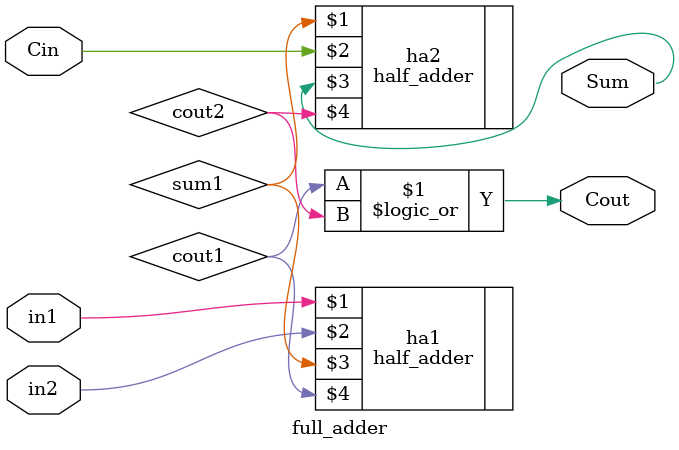
<source format=v>
module full_adder(in1, in2, Cin, Sum, Cout) ;
	input in1, in2, Cin ;
	output Sum, Cout ;
	wire sum1, cout1, cout2 ;
	half_adder ha1(in1, in2, sum1, cout1) ;
	half_adder ha2(sum1, Cin, Sum, cout2) ;
	assign Cout = cout1 || cout2 ;
endmodule
</source>
